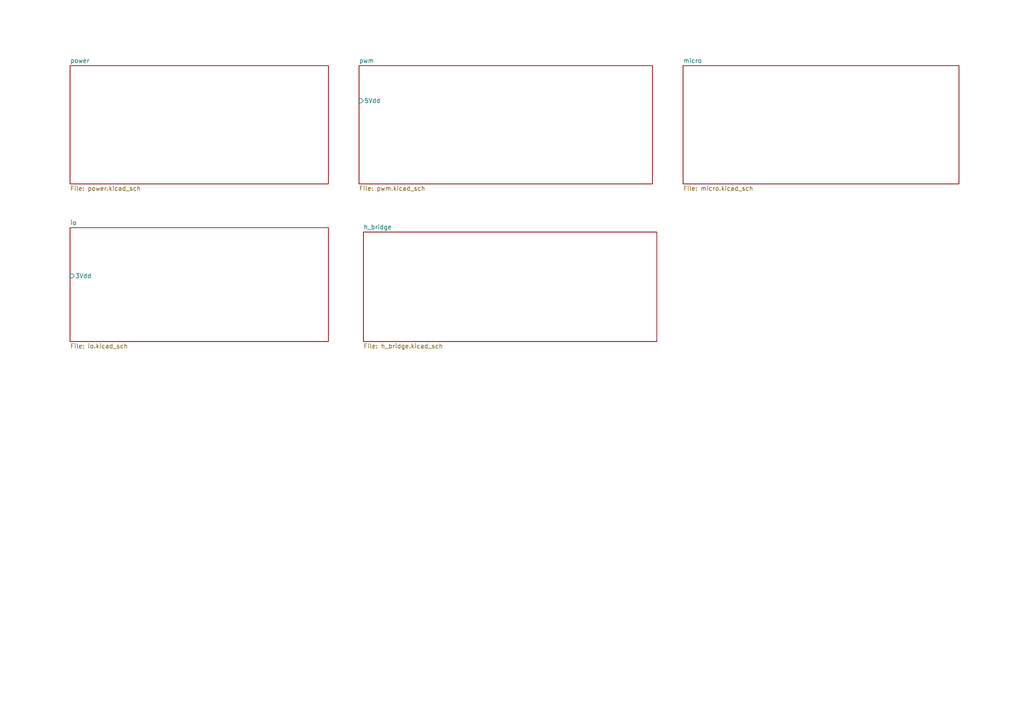
<source format=kicad_sch>
(kicad_sch
	(version 20250114)
	(generator "eeschema")
	(generator_version "9.0")
	(uuid "047d9411-04a2-44fb-b408-2da9c75da8e5")
	(paper "A4")
	(lib_symbols)
	(sheet
		(at 105.41 67.31)
		(size 85.09 31.75)
		(exclude_from_sim no)
		(in_bom yes)
		(on_board yes)
		(dnp no)
		(fields_autoplaced yes)
		(stroke
			(width 0.1524)
			(type solid)
		)
		(fill
			(color 0 0 0 0.0000)
		)
		(uuid "666b2d0a-c560-4508-9087-57135ec76f02")
		(property "Sheetname" "h_bridge"
			(at 105.41 66.5984 0)
			(effects
				(font
					(size 1.27 1.27)
				)
				(justify left bottom)
			)
		)
		(property "Sheetfile" "h_bridge.kicad_sch"
			(at 105.41 99.6446 0)
			(effects
				(font
					(size 1.27 1.27)
				)
				(justify left top)
			)
		)
		(instances
			(project "DC_MOTOR_CONTROLLER"
				(path "/047d9411-04a2-44fb-b408-2da9c75da8e5"
					(page "6")
				)
			)
		)
	)
	(sheet
		(at 20.32 19.05)
		(size 74.93 34.29)
		(exclude_from_sim no)
		(in_bom yes)
		(on_board yes)
		(dnp no)
		(fields_autoplaced yes)
		(stroke
			(width 0.1524)
			(type solid)
		)
		(fill
			(color 0 0 0 0.0000)
		)
		(uuid "8b8f51e5-3dee-44cc-b84c-360f3e68a242")
		(property "Sheetname" "power"
			(at 20.32 18.3384 0)
			(effects
				(font
					(size 1.27 1.27)
				)
				(justify left bottom)
			)
		)
		(property "Sheetfile" "power.kicad_sch"
			(at 20.32 53.9246 0)
			(effects
				(font
					(size 1.27 1.27)
				)
				(justify left top)
			)
		)
		(instances
			(project "DC_MOTOR_CONTROLLER"
				(path "/047d9411-04a2-44fb-b408-2da9c75da8e5"
					(page "2")
				)
			)
		)
	)
	(sheet
		(at 104.14 19.05)
		(size 85.09 34.29)
		(exclude_from_sim no)
		(in_bom yes)
		(on_board yes)
		(dnp no)
		(fields_autoplaced yes)
		(stroke
			(width 0.1524)
			(type solid)
		)
		(fill
			(color 0 0 0 0.0000)
		)
		(uuid "b08e856a-d64d-487c-a251-5ac8a9b1a73c")
		(property "Sheetname" "pwm"
			(at 104.14 18.3384 0)
			(effects
				(font
					(size 1.27 1.27)
				)
				(justify left bottom)
			)
		)
		(property "Sheetfile" "pwm.kicad_sch"
			(at 104.14 53.9246 0)
			(effects
				(font
					(size 1.27 1.27)
				)
				(justify left top)
			)
		)
		(pin "5Vdd" input
			(at 104.14 29.21 180)
			(uuid "6f1b8190-538d-4365-b302-d68ce761ba8d")
			(effects
				(font
					(size 1.27 1.27)
				)
				(justify left)
			)
		)
		(instances
			(project "DC_MOTOR_CONTROLLER"
				(path "/047d9411-04a2-44fb-b408-2da9c75da8e5"
					(page "3")
				)
			)
		)
	)
	(sheet
		(at 198.12 19.05)
		(size 80.01 34.29)
		(exclude_from_sim no)
		(in_bom yes)
		(on_board yes)
		(dnp no)
		(fields_autoplaced yes)
		(stroke
			(width 0.1524)
			(type solid)
		)
		(fill
			(color 0 0 0 0.0000)
		)
		(uuid "b4a034b3-7ad6-4e18-82b0-48539323e062")
		(property "Sheetname" "micro"
			(at 198.12 18.3384 0)
			(effects
				(font
					(size 1.27 1.27)
				)
				(justify left bottom)
			)
		)
		(property "Sheetfile" "micro.kicad_sch"
			(at 198.12 53.9246 0)
			(effects
				(font
					(size 1.27 1.27)
				)
				(justify left top)
			)
		)
		(instances
			(project "DC_MOTOR_CONTROLLER"
				(path "/047d9411-04a2-44fb-b408-2da9c75da8e5"
					(page "4")
				)
			)
		)
	)
	(sheet
		(at 20.32 66.04)
		(size 74.93 33.02)
		(exclude_from_sim no)
		(in_bom yes)
		(on_board yes)
		(dnp no)
		(fields_autoplaced yes)
		(stroke
			(width 0.1524)
			(type solid)
		)
		(fill
			(color 0 0 0 0.0000)
		)
		(uuid "c1e3a7b0-73cb-4253-80e8-3d76094cfe0f")
		(property "Sheetname" "io"
			(at 20.32 65.3284 0)
			(effects
				(font
					(size 1.27 1.27)
				)
				(justify left bottom)
			)
		)
		(property "Sheetfile" "io.kicad_sch"
			(at 20.32 99.6446 0)
			(effects
				(font
					(size 1.27 1.27)
				)
				(justify left top)
			)
		)
		(pin "3Vdd" input
			(at 20.32 80.01 180)
			(uuid "a2f1bf9e-39c4-47f3-9059-a5d082f27c2d")
			(effects
				(font
					(size 1.27 1.27)
				)
				(justify left)
			)
		)
		(instances
			(project "DC_MOTOR_CONTROLLER"
				(path "/047d9411-04a2-44fb-b408-2da9c75da8e5"
					(page "5")
				)
			)
		)
	)
	(sheet_instances
		(path "/"
			(page "1")
		)
	)
	(embedded_fonts no)
)

</source>
